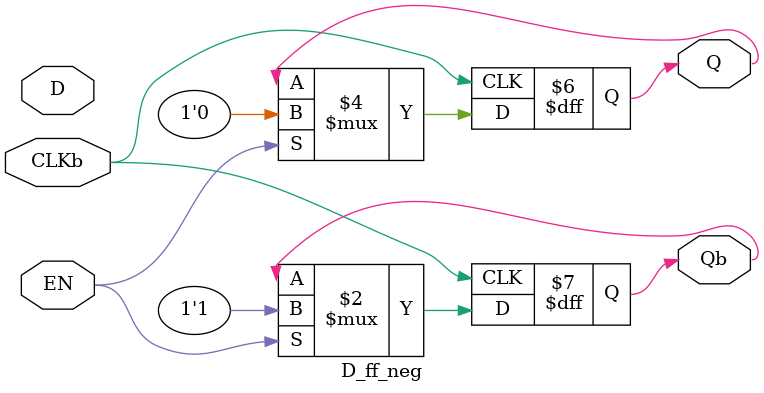
<source format=sv>
/*
*	Author: Dr. Hansen
*	Date: Feb. 14, 2017
*	Description: implements a negative-edge D-flipflop.
*		On the negative edge of CLKb, Q := D.  
*		Asynchronous, negative-edge reset
*
*	Inputs:	
*		D - D input
*		CLKb - negative edge clock input
*		RSTb - asynchronous, negative edge reset
*
*	Outputs:
*		Q - outputs D on negedge-edge of clk
*		Qb - outputs D' on negedge-edge of clk
*
*	History:
*		Feb. 8, 2019 - update to SV
*		Feb. 21, 2020 - added asynchronous reset
*/

module D_ff_neg(
	input logic D,CLKb,EN,
	output logic Q,Qb
);

	always_ff@(negedge CLKb)
	begin
	if(EN)
		begin
			Q <= 1'b0;
			Qb <= 1'b1;
		end
   end
endmodule

</source>
